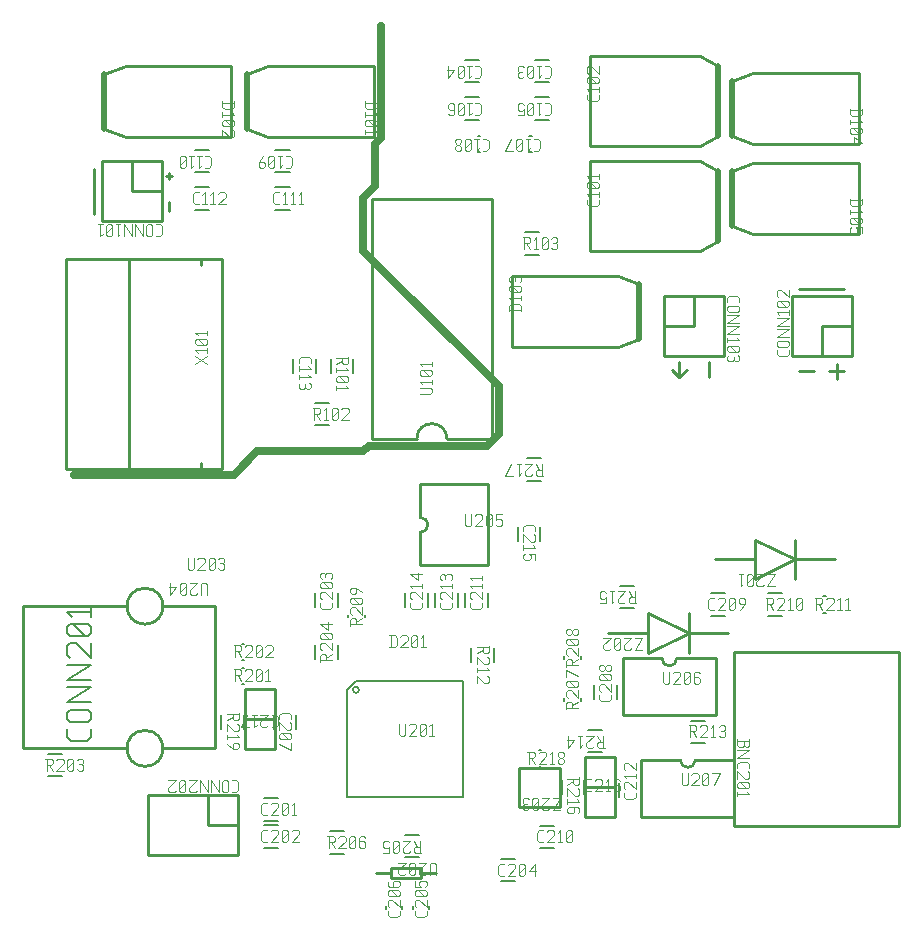
<source format=gbr>
G04 start of page 8 for group -4079 idx -4079 *
G04 Title: (unknown), topsilk *
G04 Creator: pcb 1.99z *
G04 CreationDate: Wed 06 Nov 2013 06:55:18 PM GMT UTC *
G04 For: commonadmin *
G04 Format: Gerber/RS-274X *
G04 PCB-Dimensions: 600000 500000 *
G04 PCB-Coordinate-Origin: lower left *
%MOIN*%
%FSLAX25Y25*%
%LNTOPSILK*%
%ADD103C,0.0040*%
%ADD102C,0.0200*%
%ADD101C,0.0080*%
%ADD100C,0.0250*%
%ADD99C,0.0100*%
G54D99*X276437Y408602D02*X261437D01*
X273937Y383602D02*Y378602D01*
X271437Y381102D02*X276437D01*
X261437D02*X266437D01*
X221437Y384102D02*Y379102D01*
X218937Y381602D01*
X221437Y379102D02*X223937Y381602D01*
X231437Y384102D02*Y379102D01*
X26437Y448602D02*Y433602D01*
X51437Y437602D02*Y434602D01*
X50437Y446102D02*X52437D01*
X51437Y447102D02*Y445102D01*
G54D100*X72835Y346457D02*X80709Y354331D01*
X116142D01*
X118110Y356299D01*
X72835Y346457D02*X19685D01*
X118110Y356299D02*X157480D01*
X161417Y360236D01*
Y375984D01*
X116142Y421260D01*
Y438976D01*
X120079Y442913D01*
Y456693D01*
X122047Y458661D01*
Y496063D01*
G54D99*X2823Y255346D02*X37323D01*
X2823Y302746D02*Y255346D01*
Y302746D02*X37323D01*
X49323Y255346D02*X66823D01*
Y302746D02*Y255346D01*
X49323Y302746D02*X66823D01*
X43323Y249346D02*G75*G03X43323Y249346I0J6000D01*G01*
Y296746D02*G75*G03X43323Y296746I0J6000D01*G01*
X44323Y239746D02*X74323D01*
X44323D02*Y219746D01*
X74323D01*
Y239746D02*Y219746D01*
X64323Y239746D02*Y229746D01*
X74323D01*
G54D101*X10866Y253486D02*X15590D01*
X10866Y246006D02*X15590D01*
X82866Y238786D02*X87590D01*
X82866Y231306D02*X87590D01*
X82866Y229786D02*X87590D01*
X82866Y222306D02*X87590D01*
X93740Y266457D02*Y261733D01*
X86260Y266457D02*Y261733D01*
X99980Y370533D02*X104704D01*
X99980Y363053D02*X104704D01*
X100177Y385059D02*Y380335D01*
X92697Y385059D02*Y380335D01*
X112677Y385059D02*Y380335D01*
X105197Y385059D02*Y380335D01*
X76240Y266457D02*Y261733D01*
X68760Y266457D02*Y261733D01*
X75650Y282255D02*X76436D01*
X75650Y276745D02*X76436D01*
X75650Y290255D02*X76436D01*
X75650Y284745D02*X76436D01*
G54D99*X76500Y275000D02*X86500D01*
X76500D02*Y255000D01*
X86500D01*
Y275000D02*Y255000D01*
X76500Y275000D02*Y265000D01*
X86500D01*
X135323Y213746D02*X140323D01*
X120323D02*X125323D01*
Y212146D02*X135323D01*
X125323Y215346D02*Y212146D01*
Y215346D02*X135323D01*
Y212146D01*
G54D101*X161866Y218486D02*X166590D01*
X161866Y211006D02*X166590D01*
X132568Y202682D02*Y201896D01*
X138078Y202682D02*Y201896D01*
X123568Y202682D02*Y201896D01*
X129078Y202682D02*Y201896D01*
X129866Y219006D02*X134590D01*
X129866Y226486D02*X134590D01*
X174866Y229586D02*X179590D01*
X174866Y222106D02*X179590D01*
X111068Y299782D02*Y298996D01*
X116578Y299782D02*Y298996D01*
X100083Y307303D02*Y302579D01*
X107563Y307303D02*Y302579D01*
X100083Y289803D02*Y285079D01*
X107563Y289803D02*Y285079D01*
X104871Y227712D02*X109595D01*
X104871Y220232D02*X109595D01*
X113623Y277779D02*X149293D01*
Y239209D01*
X110723D02*X149293D01*
X110723Y274879D02*Y239209D01*
Y274879D02*X113623Y277779D01*
X112623Y274879D02*G75*G03X112623Y274879I1000J0D01*G01*
X159563Y288803D02*Y284079D01*
X152083Y288803D02*Y284079D01*
G54D99*X167923Y248646D02*X181823D01*
X167923D02*Y235846D01*
X181823D01*
Y248646D02*Y235846D01*
G54D101*X174650Y254755D02*X175436D01*
X174650Y249245D02*X175436D01*
X150083Y307303D02*Y302579D01*
X157563Y307303D02*Y302579D01*
X175063Y329114D02*Y324390D01*
X167583Y329114D02*Y324390D01*
G54D99*X135123Y327346D02*Y316346D01*
Y343346D02*Y332346D01*
Y343346D02*X157523D01*
Y316346D01*
X135123D02*X157523D01*
X135123Y327346D02*G75*G03X135123Y332346I0J2500D01*G01*
G54D101*X140083Y307303D02*Y302579D01*
X147563Y307303D02*Y302579D01*
X130083Y307303D02*Y302579D01*
X137563Y307303D02*Y302579D01*
X170556Y344606D02*X175280D01*
X170556Y352086D02*X175280D01*
X191041Y253980D02*X195765D01*
X191041Y261460D02*X195765D01*
X189740Y244957D02*Y240233D01*
X182260Y244957D02*Y240233D01*
X193083Y276614D02*Y271890D01*
X200563Y276614D02*Y271890D01*
X183068Y272006D02*Y271220D01*
X188578Y272006D02*Y271220D01*
G54D99*X190000Y232500D02*X200000D01*
Y252500D02*Y232500D01*
X190000Y252500D02*X200000D01*
X190000D02*Y232500D01*
X200000Y242500D02*Y232500D01*
X190000Y242500D02*X200000D01*
G54D101*X201556Y302106D02*X206280D01*
X201556Y309586D02*X206280D01*
G54D99*X260023Y318346D02*X273323D01*
X233323D02*X246623D01*
X260023D02*X246623Y311746D01*
Y324946D02*Y311746D01*
Y324946D02*X260023Y318346D01*
Y324946D02*Y311746D01*
G54D101*X251055Y307086D02*X255779D01*
X251055Y299606D02*X255779D01*
X269387Y306101D02*X270173D01*
X269387Y300591D02*X270173D01*
G54D99*X224523Y293846D02*X237823D01*
X197823D02*X211123D01*
X224523D02*X211123Y287246D01*
Y300446D02*Y287246D01*
Y300446D02*X224523Y293846D01*
Y300446D02*Y287246D01*
G54D101*X231866Y307086D02*X236590D01*
X231866Y299606D02*X236590D01*
X225366Y264586D02*X230090D01*
X225366Y257106D02*X230090D01*
X183068Y286093D02*Y285307D01*
X188578Y286093D02*Y285307D01*
G54D99*X202573Y285346D02*Y266346D01*
X233573D01*
Y285346D01*
X202573D02*X215573D01*
X233573D02*X220573D01*
X215573D02*G75*G03X220573Y285346I2500J0D01*G01*
X208750Y251500D02*Y232500D01*
X239750D01*
Y251500D01*
X208750D02*X221750D01*
X239750D02*X226750D01*
X221750D02*G75*G03X226750Y251500I2500J0D01*G01*
G54D101*X201260Y243957D02*Y239233D01*
X208740Y243957D02*Y239233D01*
G54D99*X239823Y287346D02*X294823D01*
Y229346D01*
X239823D01*
Y287346D01*
G54D101*X169980Y427342D02*X174704D01*
X169980Y419862D02*X174704D01*
G54D102*X234337Y447802D02*Y424402D01*
G54D99*Y447802D02*X228237Y451102D01*
X191537D02*X228237D01*
X191537D02*Y421102D01*
X228237D01*
X234337Y424402D01*
G54D101*X149980Y477362D02*X154704D01*
X149980Y484842D02*X154704D01*
X149980Y464862D02*X154704D01*
X149980Y472342D02*X154704D01*
X173170Y464862D02*X177894D01*
X173170Y472342D02*X177894D01*
X154311Y454038D02*X155097D01*
X154311Y459548D02*X155097D01*
X171397Y454038D02*X172183D01*
X171397Y459548D02*X172183D01*
X173170Y477362D02*X177894D01*
X173170Y484842D02*X177894D01*
G54D102*X234337Y482802D02*Y459402D01*
G54D99*Y482802D02*X228237Y486102D01*
X191537D02*X228237D01*
X191537D02*Y456102D01*
X228237D01*
X234337Y459402D01*
G54D102*X238837Y477802D02*Y459402D01*
G54D99*X246037Y456802D01*
X281237D01*
Y480402D01*
X246037D01*
X238837Y477802D01*
G54D102*Y447802D02*Y429402D01*
G54D99*X246037Y426802D01*
X281237D01*
Y450402D01*
X246037D01*
X238837Y447802D01*
X216437Y406102D02*Y386102D01*
X236437D01*
Y406102D02*Y386102D01*
X216437Y406102D02*X236437D01*
X216437Y396102D02*X226437D01*
Y406102D02*Y396102D01*
G54D102*X208137Y410302D02*Y391902D01*
G54D99*Y410302D02*X200937Y412902D01*
X165737D02*X200937D01*
X165737D02*Y389302D01*
X200937D01*
X208137Y391902D01*
X278937Y406102D02*Y386102D01*
X258937Y406102D02*X278937D01*
X258937D02*Y386102D01*
X278937D01*
X268937Y396102D02*X278937D01*
X268937D02*Y386102D01*
X39037Y418502D02*X69037D01*
X39037Y348502D02*X69037D01*
X38137Y418502D02*Y348502D01*
X62137Y418502D02*Y416502D01*
Y350502D02*Y348502D01*
X69037Y418502D02*Y348502D01*
X16837D02*X39137D01*
X16837Y418502D02*X39137D01*
X16837D02*Y348502D01*
G54D101*X59980Y447362D02*X64704D01*
X59980Y454842D02*X64704D01*
X86790Y447362D02*X91514D01*
X86790Y454842D02*X91514D01*
X86790Y442342D02*X91514D01*
X86790Y434862D02*X91514D01*
X59980Y442342D02*X64704D01*
X59980Y434862D02*X64704D01*
G54D99*X28937Y451102D02*X48937D01*
X28937D02*Y431102D01*
X48937D01*
Y451102D02*Y431102D01*
X38937Y451102D02*Y441102D01*
X48937D01*
G54D102*X77237Y480302D02*Y461902D01*
G54D99*X84437Y459302D01*
X119637D01*
Y482902D02*Y459302D01*
X84437Y482902D02*X119637D01*
X84437D02*X77237Y480302D01*
G54D102*X29737D02*Y461902D01*
G54D99*X36937Y459302D01*
X72137D01*
Y482902D02*Y459302D01*
X36937Y482902D02*X72137D01*
X36937D02*X29737Y480302D01*
X158937Y438602D02*Y358602D01*
X118937Y438602D02*X158937D01*
X118937D02*Y358602D01*
X143937D02*X158937D01*
X118937D02*X133937D01*
X143937D02*G75*G03X133937Y358602I-5000J0D01*G01*
G54D103*X140323Y216646D02*Y213146D01*
Y216646D02*X139823Y217146D01*
X138823D02*X139823D01*
X138823D02*X138323Y216646D01*
Y213146D01*
X137123Y213646D02*X136623Y213146D01*
X135123D02*X136623D01*
X135123D02*X134623Y213646D01*
Y214646D02*Y213646D01*
X137123Y217146D02*X134623Y214646D01*
Y217146D02*X137123D01*
X133423Y216646D02*X132923Y217146D01*
X133423Y216646D02*Y213646D01*
X132923Y213146D01*
X131923D02*X132923D01*
X131923D02*X131423Y213646D01*
Y216646D02*Y213646D01*
X131923Y217146D02*X131423Y216646D01*
X131923Y217146D02*X132923D01*
X133423Y216146D02*X131423Y214146D01*
X130223Y213646D02*X129723Y213146D01*
X128223D02*X129723D01*
X128223D02*X127723Y213646D01*
Y214646D02*Y213646D01*
X130223Y217146D02*X127723Y214646D01*
Y217146D02*X130223D01*
X161778Y212896D02*X163078D01*
X161078Y213596D02*X161778Y212896D01*
X161078Y216196D02*Y213596D01*
Y216196D02*X161778Y216896D01*
X163078D01*
X164278Y216396D02*X164778Y216896D01*
X166278D01*
X166778Y216396D01*
Y215396D01*
X164278Y212896D02*X166778Y215396D01*
X164278Y212896D02*X166778D01*
X167978Y213396D02*X168478Y212896D01*
X167978Y216396D02*Y213396D01*
Y216396D02*X168478Y216896D01*
X169478D01*
X169978Y216396D01*
Y213396D01*
X169478Y212896D02*X169978Y213396D01*
X168478Y212896D02*X169478D01*
X167978Y213896D02*X169978Y215896D01*
X171178Y214396D02*X173178Y216896D01*
X171178Y214396D02*X173678D01*
X173178Y216896D02*Y212896D01*
X137173Y201139D02*Y199839D01*
X136473Y199139D02*X137173Y199839D01*
X133873Y199139D02*X136473D01*
X133873D02*X133173Y199839D01*
Y201139D02*Y199839D01*
X133673Y202339D02*X133173Y202839D01*
Y204339D02*Y202839D01*
Y204339D02*X133673Y204839D01*
X134673D01*
X137173Y202339D02*X134673Y204839D01*
X137173D02*Y202339D01*
X136673Y206039D02*X137173Y206539D01*
X133673Y206039D02*X136673D01*
X133673D02*X133173Y206539D01*
Y207539D02*Y206539D01*
Y207539D02*X133673Y208039D01*
X136673D01*
X137173Y207539D02*X136673Y208039D01*
X137173Y207539D02*Y206539D01*
X136173Y206039D02*X134173Y208039D01*
X133173Y211239D02*Y209239D01*
X135173D01*
X134673Y209739D01*
Y210739D02*Y209739D01*
Y210739D02*X135173Y211239D01*
X136673D01*
X137173Y210739D02*X136673Y211239D01*
X137173Y210739D02*Y209739D01*
X136673Y209239D02*X137173Y209739D01*
X128173Y201139D02*Y199839D01*
X127473Y199139D02*X128173Y199839D01*
X124873Y199139D02*X127473D01*
X124873D02*X124173Y199839D01*
Y201139D02*Y199839D01*
X124673Y202339D02*X124173Y202839D01*
Y204339D02*Y202839D01*
Y204339D02*X124673Y204839D01*
X125673D01*
X128173Y202339D02*X125673Y204839D01*
X128173D02*Y202339D01*
X127673Y206039D02*X128173Y206539D01*
X124673Y206039D02*X127673D01*
X124673D02*X124173Y206539D01*
Y207539D02*Y206539D01*
Y207539D02*X124673Y208039D01*
X127673D01*
X128173Y207539D02*X127673Y208039D01*
X128173Y207539D02*Y206539D01*
X127173Y206039D02*X125173Y208039D01*
X124173Y210739D02*X124673Y211239D01*
X124173Y210739D02*Y209739D01*
X124673Y209239D02*X124173Y209739D01*
X124673Y209239D02*X127673D01*
X128173Y209739D01*
X125973Y210739D02*X126473Y211239D01*
X125973Y210739D02*Y209239D01*
X128173Y210739D02*Y209739D01*
Y210739D02*X127673Y211239D01*
X126473D02*X127673D01*
X105673Y303791D02*Y302491D01*
X104973Y301791D02*X105673Y302491D01*
X102373Y301791D02*X104973D01*
X102373D02*X101673Y302491D01*
Y303791D02*Y302491D01*
X102173Y304991D02*X101673Y305491D01*
Y306991D02*Y305491D01*
Y306991D02*X102173Y307491D01*
X103173D01*
X105673Y304991D02*X103173Y307491D01*
X105673D02*Y304991D01*
X105173Y308691D02*X105673Y309191D01*
X102173Y308691D02*X105173D01*
X102173D02*X101673Y309191D01*
Y310191D02*Y309191D01*
Y310191D02*X102173Y310691D01*
X105173D01*
X105673Y310191D02*X105173Y310691D01*
X105673Y310191D02*Y309191D01*
X104673Y308691D02*X102673Y310691D01*
X102173Y311891D02*X101673Y312391D01*
Y313391D02*Y312391D01*
Y313391D02*X102173Y313891D01*
X105673Y313391D02*X105173Y313891D01*
X105673Y313391D02*Y312391D01*
X105173Y311891D02*X105673Y312391D01*
X103473Y313391D02*Y312391D01*
X102173Y313891D02*X102973D01*
X103973D02*X105173D01*
X103973D02*X103473Y313391D01*
X102973Y313891D02*X103473Y313391D01*
X101673Y286291D02*Y284291D01*
Y286291D02*X102173Y286791D01*
X103173D01*
X103673Y286291D02*X103173Y286791D01*
X103673Y286291D02*Y284791D01*
X101673D02*X105673D01*
X103673Y285591D02*X105673Y286791D01*
X102173Y287991D02*X101673Y288491D01*
Y289991D02*Y288491D01*
Y289991D02*X102173Y290491D01*
X103173D01*
X105673Y287991D02*X103173Y290491D01*
X105673D02*Y287991D01*
X105173Y291691D02*X105673Y292191D01*
X102173Y291691D02*X105173D01*
X102173D02*X101673Y292191D01*
Y293191D02*Y292191D01*
Y293191D02*X102173Y293691D01*
X105173D01*
X105673Y293191D02*X105173Y293691D01*
X105673Y293191D02*Y292191D01*
X104673Y291691D02*X102673Y293691D01*
X104173Y294891D02*X101673Y296891D01*
X104173Y297391D02*Y294891D01*
X101673Y296891D02*X105673D01*
X104083Y226122D02*X106083D01*
X106583Y225622D01*
Y224622D01*
X106083Y224122D02*X106583Y224622D01*
X104583Y224122D02*X106083D01*
X104583Y226122D02*Y222122D01*
X105383Y224122D02*X106583Y222122D01*
X107783Y225622D02*X108283Y226122D01*
X109783D01*
X110283Y225622D01*
Y224622D01*
X107783Y222122D02*X110283Y224622D01*
X107783Y222122D02*X110283D01*
X111483Y222622D02*X111983Y222122D01*
X111483Y225622D02*Y222622D01*
Y225622D02*X111983Y226122D01*
X112983D01*
X113483Y225622D01*
Y222622D01*
X112983Y222122D02*X113483Y222622D01*
X111983Y222122D02*X112983D01*
X111483Y223122D02*X113483Y225122D01*
X116183Y226122D02*X116683Y225622D01*
X115183Y226122D02*X116183D01*
X114683Y225622D02*X115183Y226122D01*
X114683Y225622D02*Y222622D01*
X115183Y222122D01*
X116183Y224322D02*X116683Y223822D01*
X114683Y224322D02*X116183D01*
X115183Y222122D02*X116183D01*
X116683Y222622D01*
Y223822D02*Y222622D01*
X133378Y220596D02*X135378D01*
X133378D02*X132878Y221096D01*
Y222096D02*Y221096D01*
X133378Y222596D02*X132878Y222096D01*
X133378Y222596D02*X134878D01*
Y224596D02*Y220596D01*
X134078Y222596D02*X132878Y224596D01*
X131678Y221096D02*X131178Y220596D01*
X129678D02*X131178D01*
X129678D02*X129178Y221096D01*
Y222096D02*Y221096D01*
X131678Y224596D02*X129178Y222096D01*
Y224596D02*X131678D01*
X127978Y224096D02*X127478Y224596D01*
X127978Y224096D02*Y221096D01*
X127478Y220596D01*
X126478D02*X127478D01*
X126478D02*X125978Y221096D01*
Y224096D02*Y221096D01*
X126478Y224596D02*X125978Y224096D01*
X126478Y224596D02*X127478D01*
X127978Y223596D02*X125978Y221596D01*
X122778Y220596D02*X124778D01*
Y222596D02*Y220596D01*
Y222596D02*X124278Y222096D01*
X123278D02*X124278D01*
X123278D02*X122778Y222596D01*
Y224096D02*Y222596D01*
X123278Y224596D02*X122778Y224096D01*
X123278Y224596D02*X124278D01*
X124778Y224096D02*X124278Y224596D01*
X174778Y223996D02*X176078D01*
X174078Y224696D02*X174778Y223996D01*
X174078Y227296D02*Y224696D01*
Y227296D02*X174778Y227996D01*
X176078D01*
X177278Y227496D02*X177778Y227996D01*
X179278D01*
X179778Y227496D01*
Y226496D01*
X177278Y223996D02*X179778Y226496D01*
X177278Y223996D02*X179778D01*
X180978Y227196D02*X181778Y227996D01*
Y223996D01*
X180978D02*X182478D01*
X183678Y224496D02*X184178Y223996D01*
X183678Y227496D02*Y224496D01*
Y227496D02*X184178Y227996D01*
X185178D01*
X185678Y227496D01*
Y224496D01*
X185178Y223996D02*X185678Y224496D01*
X184178Y223996D02*X185178D01*
X183678Y224996D02*X185678Y226996D01*
X157973Y289591D02*Y287591D01*
X157473Y287091D01*
X156473D02*X157473D01*
X155973Y287591D02*X156473Y287091D01*
X155973Y289091D02*Y287591D01*
X153973Y289091D02*X157973D01*
X155973Y288291D02*X153973Y287091D01*
X157473Y285891D02*X157973Y285391D01*
Y283891D01*
X157473Y283391D01*
X156473D02*X157473D01*
X153973Y285891D02*X156473Y283391D01*
X153973Y285891D02*Y283391D01*
X157173Y282191D02*X157973Y281391D01*
X153973D02*X157973D01*
X153973Y282191D02*Y280691D01*
X157473Y279491D02*X157973Y278991D01*
Y277491D01*
X157473Y276991D01*
X156473D02*X157473D01*
X153973Y279491D02*X156473Y276991D01*
X153973Y279491D02*Y276991D01*
X179323Y234846D02*X181823D01*
Y238846D02*X179323Y234846D01*
Y238846D02*X181823D01*
X178123Y235346D02*X177623Y234846D01*
X176123D02*X177623D01*
X176123D02*X175623Y235346D01*
Y236346D02*Y235346D01*
X178123Y238846D02*X175623Y236346D01*
Y238846D02*X178123D01*
X174423Y238346D02*X173923Y238846D01*
X174423Y238346D02*Y235346D01*
X173923Y234846D01*
X172923D02*X173923D01*
X172923D02*X172423Y235346D01*
Y238346D02*Y235346D01*
X172923Y238846D02*X172423Y238346D01*
X172923Y238846D02*X173923D01*
X174423Y237846D02*X172423Y235846D01*
X171223Y235346D02*X170723Y234846D01*
X169723D02*X170723D01*
X169723D02*X169223Y235346D01*
X169723Y238846D02*X169223Y238346D01*
X169723Y238846D02*X170723D01*
X171223Y238346D02*X170723Y238846D01*
X169723Y236646D02*X170723D01*
X169223Y236146D02*Y235346D01*
Y238346D02*Y237146D01*
X169723Y236646D01*
X169223Y236146D02*X169723Y236646D01*
X170807Y254150D02*X172807D01*
X173307Y253650D01*
Y252650D01*
X172807Y252150D02*X173307Y252650D01*
X171307Y252150D02*X172807D01*
X171307Y254150D02*Y250150D01*
X172107Y252150D02*X173307Y250150D01*
X174507Y253650D02*X175007Y254150D01*
X176507D01*
X177007Y253650D01*
Y252650D01*
X174507Y250150D02*X177007Y252650D01*
X174507Y250150D02*X177007D01*
X178207Y253350D02*X179007Y254150D01*
Y250150D01*
X178207D02*X179707D01*
X180907Y250650D02*X181407Y250150D01*
X180907Y251450D02*Y250650D01*
Y251450D02*X181607Y252150D01*
X182207D01*
X182907Y251450D01*
Y250650D01*
X182407Y250150D02*X182907Y250650D01*
X181407Y250150D02*X182407D01*
X180907Y252850D02*X181607Y252150D01*
X180907Y253650D02*Y252850D01*
Y253650D02*X181407Y254150D01*
X182407D01*
X182907Y253650D01*
Y252850D01*
X182207Y252150D02*X182907Y252850D01*
X57614Y318896D02*Y315396D01*
X58114Y314896D01*
X59114D01*
X59614Y315396D01*
Y318896D02*Y315396D01*
X60814Y318396D02*X61314Y318896D01*
X62814D01*
X63314Y318396D01*
Y317396D01*
X60814Y314896D02*X63314Y317396D01*
X60814Y314896D02*X63314D01*
X64514Y315396D02*X65014Y314896D01*
X64514Y318396D02*Y315396D01*
Y318396D02*X65014Y318896D01*
X66014D01*
X66514Y318396D01*
Y315396D01*
X66014Y314896D02*X66514Y315396D01*
X65014Y314896D02*X66014D01*
X64514Y315896D02*X66514Y317896D01*
X67714Y318396D02*X68214Y318896D01*
X69214D01*
X69714Y318396D01*
X69214Y314896D02*X69714Y315396D01*
X68214Y314896D02*X69214D01*
X67714Y315396D02*X68214Y314896D01*
Y317096D02*X69214D01*
X69714Y318396D02*Y317596D01*
Y316596D02*Y315396D01*
Y316596D02*X69214Y317096D01*
X69714Y317596D02*X69214Y317096D01*
X64037Y383502D02*X60037Y386002D01*
Y383502D02*X64037Y386002D01*
X60837Y387202D02*X60037Y388002D01*
X64037D01*
Y388702D02*Y387202D01*
X63537Y389902D02*X64037Y390402D01*
X60537Y389902D02*X63537D01*
X60537D02*X60037Y390402D01*
Y391402D02*Y390402D01*
Y391402D02*X60537Y391902D01*
X63537D01*
X64037Y391402D02*X63537Y391902D01*
X64037Y391402D02*Y390402D01*
X63037Y389902D02*X61037Y391902D01*
X60837Y393102D02*X60037Y393902D01*
X64037D01*
Y394602D02*Y393102D01*
X63492Y452952D02*X64792D01*
X65492Y452252D02*X64792Y452952D01*
X65492Y452252D02*Y449652D01*
X64792Y448952D01*
X63492D02*X64792D01*
X62292Y449752D02*X61492Y448952D01*
Y452952D02*Y448952D01*
X60792Y452952D02*X62292D01*
X59592Y449752D02*X58792Y448952D01*
Y452952D02*Y448952D01*
X58092Y452952D02*X59592D01*
X56892Y452452D02*X56392Y452952D01*
X56892Y452452D02*Y449452D01*
X56392Y448952D01*
X55392D02*X56392D01*
X55392D02*X54892Y449452D01*
Y452452D02*Y449452D01*
X55392Y452952D02*X54892Y452452D01*
X55392Y452952D02*X56392D01*
X56892Y451952D02*X54892Y449952D01*
X59892Y436752D02*X61192D01*
X59192Y437452D02*X59892Y436752D01*
X59192Y440052D02*Y437452D01*
Y440052D02*X59892Y440752D01*
X61192D01*
X62392Y439952D02*X63192Y440752D01*
Y436752D01*
X62392D02*X63892D01*
X65092Y439952D02*X65892Y440752D01*
Y436752D01*
X65092D02*X66592D01*
X67792Y440252D02*X68292Y440752D01*
X69792D01*
X70292Y440252D01*
Y439252D01*
X67792Y436752D02*X70292Y439252D01*
X67792Y436752D02*X70292D01*
X46937Y430102D02*X48237D01*
X48937Y429402D02*X48237Y430102D01*
X48937Y429402D02*Y426802D01*
X48237Y426102D01*
X46937D02*X48237D01*
X45737Y429602D02*Y426602D01*
X45237Y426102D01*
X44237D02*X45237D01*
X44237D02*X43737Y426602D01*
Y429602D02*Y426602D01*
X44237Y430102D02*X43737Y429602D01*
X44237Y430102D02*X45237D01*
X45737Y429602D02*X45237Y430102D01*
X42537D02*Y426102D01*
X40037Y430102D01*
Y426102D01*
X38837Y430102D02*Y426102D01*
X36337Y430102D01*
Y426102D01*
X35137Y426902D02*X34337Y426102D01*
Y430102D02*Y426102D01*
X33637Y430102D02*X35137D01*
X32437Y429602D02*X31937Y430102D01*
X32437Y429602D02*Y426602D01*
X31937Y426102D01*
X30937D02*X31937D01*
X30937D02*X30437Y426602D01*
Y429602D02*Y426602D01*
X30937Y430102D02*X30437Y429602D01*
X30937Y430102D02*X31937D01*
X32437Y429102D02*X30437Y427102D01*
X29237Y426902D02*X28437Y426102D01*
Y430102D02*Y426102D01*
X27737Y430102D02*X29237D01*
X69137Y470602D02*X73137D01*
Y469302D02*X72437Y468602D01*
X69837D02*X72437D01*
X69137Y469302D02*X69837Y468602D01*
X69137Y471102D02*Y469302D01*
X73137Y471102D02*Y469302D01*
X72337Y467402D02*X73137Y466602D01*
X69137D02*X73137D01*
X69137Y467402D02*Y465902D01*
X69637Y464702D02*X69137Y464202D01*
X69637Y464702D02*X72637D01*
X73137Y464202D01*
Y463202D01*
X72637Y462702D01*
X69637D02*X72637D01*
X69137Y463202D02*X69637Y462702D01*
X69137Y464202D02*Y463202D01*
X70137Y464702D02*X72137Y462702D01*
X72637Y461502D02*X73137Y461002D01*
Y459502D01*
X72637Y459002D01*
X71637D02*X72637D01*
X69137Y461502D02*X71637Y459002D01*
X69137Y461502D02*Y459002D01*
G54D101*X25323Y261846D02*Y259246D01*
X23923Y257846D02*X25323Y259246D01*
X18723Y257846D02*X23923D01*
X18723D02*X17323Y259246D01*
Y261846D02*Y259246D01*
X18323Y264246D02*X24323D01*
X18323D02*X17323Y265246D01*
Y267246D02*Y265246D01*
Y267246D02*X18323Y268246D01*
X24323D01*
X25323Y267246D02*X24323Y268246D01*
X25323Y267246D02*Y265246D01*
X24323Y264246D02*X25323Y265246D01*
X17323Y270646D02*X25323D01*
X17323D02*X25323Y275646D01*
X17323D02*X25323D01*
X17323Y278046D02*X25323D01*
X17323D02*X25323Y283046D01*
X17323D02*X25323D01*
X18323Y285446D02*X17323Y286446D01*
Y289446D02*Y286446D01*
Y289446D02*X18323Y290446D01*
X20323D01*
X25323Y285446D02*X20323Y290446D01*
X25323D02*Y285446D01*
X24323Y292846D02*X25323Y293846D01*
X18323Y292846D02*X24323D01*
X18323D02*X17323Y293846D01*
Y295846D02*Y293846D01*
Y295846D02*X18323Y296846D01*
X24323D01*
X25323Y295846D02*X24323Y296846D01*
X25323Y295846D02*Y293846D01*
X23323Y292846D02*X19323Y296846D01*
X18923Y299247D02*X17323Y300847D01*
X25323D01*
Y302247D02*Y299247D01*
G54D103*X63914Y310096D02*Y306596D01*
Y310096D02*X63414Y310596D01*
X62414D02*X63414D01*
X62414D02*X61914Y310096D01*
Y306596D01*
X60714Y307096D02*X60214Y306596D01*
X58714D02*X60214D01*
X58714D02*X58214Y307096D01*
Y308096D02*Y307096D01*
X60714Y310596D02*X58214Y308096D01*
Y310596D02*X60714D01*
X57014Y310096D02*X56514Y310596D01*
X57014Y310096D02*Y307096D01*
X56514Y306596D01*
X55514D02*X56514D01*
X55514D02*X55014Y307096D01*
Y310096D02*Y307096D01*
X55514Y310596D02*X55014Y310096D01*
X55514Y310596D02*X56514D01*
X57014Y309596D02*X55014Y307596D01*
X53814Y309096D02*X51814Y306596D01*
X51314Y309096D02*X53814D01*
X51814Y310596D02*Y306596D01*
X72323Y244746D02*X73623D01*
X74323Y244046D02*X73623Y244746D01*
X74323Y244046D02*Y241446D01*
X73623Y240746D01*
X72323D02*X73623D01*
X71123Y244246D02*Y241246D01*
X70623Y240746D01*
X69623D02*X70623D01*
X69623D02*X69123Y241246D01*
Y244246D02*Y241246D01*
X69623Y244746D02*X69123Y244246D01*
X69623Y244746D02*X70623D01*
X71123Y244246D02*X70623Y244746D01*
X67923D02*Y240746D01*
X65423Y244746D01*
Y240746D01*
X64223Y244746D02*Y240746D01*
X61723Y244746D01*
Y240746D01*
X60523Y241246D02*X60023Y240746D01*
X58523D02*X60023D01*
X58523D02*X58023Y241246D01*
Y242246D02*Y241246D01*
X60523Y244746D02*X58023Y242246D01*
Y244746D02*X60523D01*
X56823Y244246D02*X56323Y244746D01*
X56823Y244246D02*Y241246D01*
X56323Y240746D01*
X55323D02*X56323D01*
X55323D02*X54823Y241246D01*
Y244246D02*Y241246D01*
X55323Y244746D02*X54823Y244246D01*
X55323Y244746D02*X56323D01*
X56823Y243746D02*X54823Y241746D01*
X53623Y241246D02*X53123Y240746D01*
X51623D02*X53123D01*
X51623D02*X51123Y241246D01*
Y242246D02*Y241246D01*
X53623Y244746D02*X51123Y242246D01*
Y244746D02*X53623D01*
X74650Y267245D02*Y265245D01*
X74150Y264745D01*
X73150D02*X74150D01*
X72650Y265245D02*X73150Y264745D01*
X72650Y266745D02*Y265245D01*
X70650Y266745D02*X74650D01*
X72650Y265945D02*X70650Y264745D01*
X74150Y263545D02*X74650Y263045D01*
Y261545D01*
X74150Y261045D01*
X73150D02*X74150D01*
X70650Y263545D02*X73150Y261045D01*
X70650Y263545D02*Y261045D01*
X73850Y259845D02*X74650Y259045D01*
X70650D02*X74650D01*
X70650Y259845D02*Y258345D01*
Y256645D02*X72650Y255145D01*
X74150D01*
X74650Y255645D02*X74150Y255145D01*
X74650Y256645D02*Y255645D01*
X74150Y257145D02*X74650Y256645D01*
X73150Y257145D02*X74150D01*
X73150D02*X72650Y256645D01*
Y255145D01*
X82778Y233196D02*X84078D01*
X82078Y233896D02*X82778Y233196D01*
X82078Y236496D02*Y233896D01*
Y236496D02*X82778Y237196D01*
X84078D01*
X85278Y236696D02*X85778Y237196D01*
X87278D01*
X87778Y236696D01*
Y235696D01*
X85278Y233196D02*X87778Y235696D01*
X85278Y233196D02*X87778D01*
X88978Y233696D02*X89478Y233196D01*
X88978Y236696D02*Y233696D01*
Y236696D02*X89478Y237196D01*
X90478D01*
X90978Y236696D01*
Y233696D01*
X90478Y233196D02*X90978Y233696D01*
X89478Y233196D02*X90478D01*
X88978Y234196D02*X90978Y236196D01*
X92178Y236396D02*X92978Y237196D01*
Y233196D01*
X92178D02*X93678D01*
X85500Y266500D02*X86800D01*
X87500Y265800D02*X86800Y266500D01*
X87500Y265800D02*Y263200D01*
X86800Y262500D01*
X85500D02*X86800D01*
X84300Y263000D02*X83800Y262500D01*
X82300D02*X83800D01*
X82300D02*X81800Y263000D01*
Y264000D02*Y263000D01*
X84300Y266500D02*X81800Y264000D01*
Y266500D02*X84300D01*
X80600Y263300D02*X79800Y262500D01*
Y266500D02*Y262500D01*
X79100Y266500D02*X80600D01*
X77400D02*X75400Y262500D01*
X77900D01*
X72893Y281650D02*X74893D01*
X75393Y281150D01*
Y280150D01*
X74893Y279650D02*X75393Y280150D01*
X73393Y279650D02*X74893D01*
X73393Y281650D02*Y277650D01*
X74193Y279650D02*X75393Y277650D01*
X76593Y281150D02*X77093Y281650D01*
X78593D01*
X79093Y281150D01*
Y280150D01*
X76593Y277650D02*X79093Y280150D01*
X76593Y277650D02*X79093D01*
X80293Y278150D02*X80793Y277650D01*
X80293Y281150D02*Y278150D01*
Y281150D02*X80793Y281650D01*
X81793D01*
X82293Y281150D01*
Y278150D01*
X81793Y277650D02*X82293Y278150D01*
X80793Y277650D02*X81793D01*
X80293Y278650D02*X82293Y280650D01*
X83493Y280850D02*X84293Y281650D01*
Y277650D01*
X83493D02*X84993D01*
X72893Y289650D02*X74893D01*
X75393Y289150D01*
Y288150D01*
X74893Y287650D02*X75393Y288150D01*
X73393Y287650D02*X74893D01*
X73393Y289650D02*Y285650D01*
X74193Y287650D02*X75393Y285650D01*
X76593Y289150D02*X77093Y289650D01*
X78593D01*
X79093Y289150D01*
Y288150D01*
X76593Y285650D02*X79093Y288150D01*
X76593Y285650D02*X79093D01*
X80293Y286150D02*X80793Y285650D01*
X80293Y289150D02*Y286150D01*
Y289150D02*X80793Y289650D01*
X81793D01*
X82293Y289150D01*
Y286150D01*
X81793Y285650D02*X82293Y286150D01*
X80793Y285650D02*X81793D01*
X80293Y286650D02*X82293Y288650D01*
X83493Y289150D02*X83993Y289650D01*
X85493D01*
X85993Y289150D01*
Y288150D01*
X83493Y285650D02*X85993Y288150D01*
X83493Y285650D02*X85993D01*
X82778Y224196D02*X84078D01*
X82078Y224896D02*X82778Y224196D01*
X82078Y227496D02*Y224896D01*
Y227496D02*X82778Y228196D01*
X84078D01*
X85278Y227696D02*X85778Y228196D01*
X87278D01*
X87778Y227696D01*
Y226696D01*
X85278Y224196D02*X87778Y226696D01*
X85278Y224196D02*X87778D01*
X88978Y224696D02*X89478Y224196D01*
X88978Y227696D02*Y224696D01*
Y227696D02*X89478Y228196D01*
X90478D01*
X90978Y227696D01*
Y224696D01*
X90478Y224196D02*X90978Y224696D01*
X89478Y224196D02*X90478D01*
X88978Y225196D02*X90978Y227196D01*
X92178Y227696D02*X92678Y228196D01*
X94178D01*
X94678Y227696D01*
Y226696D01*
X92178Y224196D02*X94678Y226696D01*
X92178Y224196D02*X94678D01*
X88150Y266545D02*Y265245D01*
X88850Y267245D02*X88150Y266545D01*
X88850Y267245D02*X91450D01*
X92150Y266545D01*
Y265245D01*
X91650Y264045D02*X92150Y263545D01*
Y262045D01*
X91650Y261545D01*
X90650D02*X91650D01*
X88150Y264045D02*X90650Y261545D01*
X88150Y264045D02*Y261545D01*
X88650Y260345D02*X88150Y259845D01*
X88650Y260345D02*X91650D01*
X92150Y259845D01*
Y258845D01*
X91650Y258345D01*
X88650D02*X91650D01*
X88150Y258845D02*X88650Y258345D01*
X88150Y259845D02*Y258845D01*
X89150Y260345D02*X91150Y258345D01*
X88150Y256645D02*X92150Y254645D01*
Y257145D02*Y254645D01*
X90302Y452952D02*X91602D01*
X92302Y452252D02*X91602Y452952D01*
X92302Y452252D02*Y449652D01*
X91602Y448952D01*
X90302D02*X91602D01*
X89102Y449752D02*X88302Y448952D01*
Y452952D02*Y448952D01*
X87602Y452952D02*X89102D01*
X86402Y452452D02*X85902Y452952D01*
X86402Y452452D02*Y449452D01*
X85902Y448952D01*
X84902D02*X85902D01*
X84902D02*X84402Y449452D01*
Y452452D02*Y449452D01*
X84902Y452952D02*X84402Y452452D01*
X84902Y452952D02*X85902D01*
X86402Y451952D02*X84402Y449952D01*
X82702Y452952D02*X81202Y450952D01*
Y449452D01*
X81702Y448952D02*X81202Y449452D01*
X81702Y448952D02*X82702D01*
X83202Y449452D02*X82702Y448952D01*
X83202Y450452D02*Y449452D01*
Y450452D02*X82702Y450952D01*
X81202D02*X82702D01*
X86702Y436752D02*X88002D01*
X86002Y437452D02*X86702Y436752D01*
X86002Y440052D02*Y437452D01*
Y440052D02*X86702Y440752D01*
X88002D01*
X89202Y439952D02*X90002Y440752D01*
Y436752D01*
X89202D02*X90702D01*
X91902Y439952D02*X92702Y440752D01*
Y436752D01*
X91902D02*X93402D01*
X94602Y439952D02*X95402Y440752D01*
Y436752D01*
X94602D02*X96102D01*
X94587Y385147D02*Y383847D01*
X95287Y385847D02*X94587Y385147D01*
X95287Y385847D02*X97887D01*
X98587Y385147D01*
Y383847D01*
X97787Y382647D02*X98587Y381847D01*
X94587D02*X98587D01*
X94587Y382647D02*Y381147D01*
X97787Y379947D02*X98587Y379147D01*
X94587D02*X98587D01*
X94587Y379947D02*Y378447D01*
X98087Y377247D02*X98587Y376747D01*
Y375747D01*
X98087Y375247D01*
X94587Y375747D02*X95087Y375247D01*
X94587Y376747D02*Y375747D01*
X95087Y377247D02*X94587Y376747D01*
X96787D02*Y375747D01*
X97287Y375247D02*X98087D01*
X95087D02*X96287D01*
X96787Y375747D01*
X97287Y375247D02*X96787Y375747D01*
X10078Y251896D02*X12078D01*
X12578Y251396D01*
Y250396D01*
X12078Y249896D02*X12578Y250396D01*
X10578Y249896D02*X12078D01*
X10578Y251896D02*Y247896D01*
X11378Y249896D02*X12578Y247896D01*
X13778Y251396D02*X14278Y251896D01*
X15778D01*
X16278Y251396D01*
Y250396D01*
X13778Y247896D02*X16278Y250396D01*
X13778Y247896D02*X16278D01*
X17478Y248396D02*X17978Y247896D01*
X17478Y251396D02*Y248396D01*
Y251396D02*X17978Y251896D01*
X18978D01*
X19478Y251396D01*
Y248396D01*
X18978Y247896D02*X19478Y248396D01*
X17978Y247896D02*X18978D01*
X17478Y248896D02*X19478Y250896D01*
X20678Y251396D02*X21178Y251896D01*
X22178D01*
X22678Y251396D01*
X22178Y247896D02*X22678Y248396D01*
X21178Y247896D02*X22178D01*
X20678Y248396D02*X21178Y247896D01*
Y250096D02*X22178D01*
X22678Y251396D02*Y250596D01*
Y249596D02*Y248396D01*
Y249596D02*X22178Y250096D01*
X22678Y250596D02*X22178Y250096D01*
X111673Y298239D02*Y296239D01*
Y298239D02*X112173Y298739D01*
X113173D01*
X113673Y298239D02*X113173Y298739D01*
X113673Y298239D02*Y296739D01*
X111673D02*X115673D01*
X113673Y297539D02*X115673Y298739D01*
X112173Y299939D02*X111673Y300439D01*
Y301939D02*Y300439D01*
Y301939D02*X112173Y302439D01*
X113173D01*
X115673Y299939D02*X113173Y302439D01*
X115673D02*Y299939D01*
X115173Y303639D02*X115673Y304139D01*
X112173Y303639D02*X115173D01*
X112173D02*X111673Y304139D01*
Y305139D02*Y304139D01*
Y305139D02*X112173Y305639D01*
X115173D01*
X115673Y305139D02*X115173Y305639D01*
X115673Y305139D02*Y304139D01*
X114673Y303639D02*X112673Y305639D01*
X115673Y307339D02*X113673Y308839D01*
X112173D02*X113673D01*
X111673Y308339D02*X112173Y308839D01*
X111673Y308339D02*Y307339D01*
X112173Y306839D02*X111673Y307339D01*
X112173Y306839D02*X113173D01*
X113673Y307339D01*
Y308839D02*Y307339D01*
X169473Y329202D02*Y327902D01*
X170173Y329902D02*X169473Y329202D01*
X170173Y329902D02*X172773D01*
X173473Y329202D01*
Y327902D01*
X172973Y326702D02*X173473Y326202D01*
Y324702D01*
X172973Y324202D01*
X171973D02*X172973D01*
X169473Y326702D02*X171973Y324202D01*
X169473Y326702D02*Y324202D01*
X172673Y323002D02*X173473Y322202D01*
X169473D02*X173473D01*
X169473Y323002D02*Y321502D01*
X173473Y320302D02*Y318302D01*
X171473Y320302D02*X173473D01*
X171473D02*X171973Y319802D01*
Y318802D01*
X171473Y318302D01*
X169973D02*X171473D01*
X169473Y318802D02*X169973Y318302D01*
X169473Y319802D02*Y318802D01*
X169973Y320302D02*X169473Y319802D01*
X150123Y333346D02*Y329846D01*
X150623Y329346D01*
X151623D01*
X152123Y329846D01*
Y333346D02*Y329846D01*
X153323Y332846D02*X153823Y333346D01*
X155323D01*
X155823Y332846D01*
Y331846D01*
X153323Y329346D02*X155823Y331846D01*
X153323Y329346D02*X155823D01*
X157023Y329846D02*X157523Y329346D01*
X157023Y332846D02*Y329846D01*
Y332846D02*X157523Y333346D01*
X158523D01*
X159023Y332846D01*
Y329846D01*
X158523Y329346D02*X159023Y329846D01*
X157523Y329346D02*X158523D01*
X157023Y330346D02*X159023Y332346D01*
X160223Y333346D02*X162223D01*
X160223D02*Y331346D01*
X160723Y331846D01*
X161723D01*
X162223Y331346D01*
Y329846D01*
X161723Y329346D02*X162223Y329846D01*
X160723Y329346D02*X161723D01*
X160223Y329846D02*X160723Y329346D01*
X125247Y292996D02*Y288996D01*
X126547Y292996D02*X127247Y292296D01*
Y289696D01*
X126547Y288996D02*X127247Y289696D01*
X124747Y288996D02*X126547D01*
X124747Y292996D02*X126547D01*
X128447Y292496D02*X128947Y292996D01*
X130447D01*
X130947Y292496D01*
Y291496D01*
X128447Y288996D02*X130947Y291496D01*
X128447Y288996D02*X130947D01*
X132147Y289496D02*X132647Y288996D01*
X132147Y292496D02*Y289496D01*
Y292496D02*X132647Y292996D01*
X133647D01*
X134147Y292496D01*
Y289496D01*
X133647Y288996D02*X134147Y289496D01*
X132647Y288996D02*X133647D01*
X132147Y289996D02*X134147Y291996D01*
X135347Y292196D02*X136147Y292996D01*
Y288996D01*
X135347D02*X136847D01*
X145673Y303791D02*Y302491D01*
X144973Y301791D02*X145673Y302491D01*
X142373Y301791D02*X144973D01*
X142373D02*X141673Y302491D01*
Y303791D02*Y302491D01*
X142173Y304991D02*X141673Y305491D01*
Y306991D02*Y305491D01*
Y306991D02*X142173Y307491D01*
X143173D01*
X145673Y304991D02*X143173Y307491D01*
X145673D02*Y304991D01*
X142473Y308691D02*X141673Y309491D01*
X145673D01*
Y310191D02*Y308691D01*
X142173Y311391D02*X141673Y311891D01*
Y312891D02*Y311891D01*
Y312891D02*X142173Y313391D01*
X145673Y312891D02*X145173Y313391D01*
X145673Y312891D02*Y311891D01*
X145173Y311391D02*X145673Y311891D01*
X143473Y312891D02*Y311891D01*
X142173Y313391D02*X142973D01*
X143973D02*X145173D01*
X143973D02*X143473Y312891D01*
X142973Y313391D02*X143473Y312891D01*
X135673Y303791D02*Y302491D01*
X134973Y301791D02*X135673Y302491D01*
X132373Y301791D02*X134973D01*
X132373D02*X131673Y302491D01*
Y303791D02*Y302491D01*
X132173Y304991D02*X131673Y305491D01*
Y306991D02*Y305491D01*
Y306991D02*X132173Y307491D01*
X133173D01*
X135673Y304991D02*X133173Y307491D01*
X135673D02*Y304991D01*
X132473Y308691D02*X131673Y309491D01*
X135673D01*
Y310191D02*Y308691D01*
X134173Y311391D02*X131673Y313391D01*
X134173Y313891D02*Y311391D01*
X131673Y313391D02*X135673D01*
X155673Y303791D02*Y302491D01*
X154973Y301791D02*X155673Y302491D01*
X152373Y301791D02*X154973D01*
X152373D02*X151673Y302491D01*
Y303791D02*Y302491D01*
X152173Y304991D02*X151673Y305491D01*
Y306991D02*Y305491D01*
Y306991D02*X152173Y307491D01*
X153173D01*
X155673Y304991D02*X153173Y307491D01*
X155673D02*Y304991D01*
X152473Y308691D02*X151673Y309491D01*
X155673D01*
Y310191D02*Y308691D01*
X152473Y311391D02*X151673Y312191D01*
X155673D01*
Y312891D02*Y311391D01*
X128008Y263494D02*Y259994D01*
X128508Y259494D01*
X129508D01*
X130008Y259994D01*
Y263494D02*Y259994D01*
X131208Y262994D02*X131708Y263494D01*
X133208D01*
X133708Y262994D01*
Y261994D01*
X131208Y259494D02*X133708Y261994D01*
X131208Y259494D02*X133708D01*
X134908Y259994D02*X135408Y259494D01*
X134908Y262994D02*Y259994D01*
Y262994D02*X135408Y263494D01*
X136408D01*
X136908Y262994D01*
Y259994D01*
X136408Y259494D02*X136908Y259994D01*
X135408Y259494D02*X136408D01*
X134908Y260494D02*X136908Y262494D01*
X138108Y262694D02*X138908Y263494D01*
Y259494D01*
X138108D02*X139608D01*
X174068Y346196D02*X176068D01*
X174068D02*X173568Y346696D01*
Y347696D02*Y346696D01*
X174068Y348196D02*X173568Y347696D01*
X174068Y348196D02*X175568D01*
Y350196D02*Y346196D01*
X174768Y348196D02*X173568Y350196D01*
X172368Y346696D02*X171868Y346196D01*
X170368D02*X171868D01*
X170368D02*X169868Y346696D01*
Y347696D02*Y346696D01*
X172368Y350196D02*X169868Y347696D01*
Y350196D02*X172368D01*
X168668Y346996D02*X167868Y346196D01*
Y350196D02*Y346196D01*
X167168Y350196D02*X168668D01*
X165468D02*X163468Y346196D01*
X165968D01*
X194553Y255570D02*X196553D01*
X194553D02*X194053Y256070D01*
Y257070D02*Y256070D01*
X194553Y257570D02*X194053Y257070D01*
X194553Y257570D02*X196053D01*
Y259570D02*Y255570D01*
X195253Y257570D02*X194053Y259570D01*
X192853Y256070D02*X192353Y255570D01*
X190853D02*X192353D01*
X190853D02*X190353Y256070D01*
Y257070D02*Y256070D01*
X192853Y259570D02*X190353Y257070D01*
Y259570D02*X192853D01*
X189153Y256370D02*X188353Y255570D01*
Y259570D02*Y255570D01*
X187653Y259570D02*X189153D01*
X186453Y258070D02*X184453Y255570D01*
X183953Y258070D02*X186453D01*
X184453Y259570D02*Y255570D01*
X188150Y245745D02*Y243745D01*
X187650Y243245D01*
X186650D02*X187650D01*
X186150Y243745D02*X186650Y243245D01*
X186150Y245245D02*Y243745D01*
X184150Y245245D02*X188150D01*
X186150Y244445D02*X184150Y243245D01*
X187650Y242045D02*X188150Y241545D01*
Y240045D01*
X187650Y239545D01*
X186650D02*X187650D01*
X184150Y242045D02*X186650Y239545D01*
X184150Y242045D02*Y239545D01*
X187350Y238345D02*X188150Y237545D01*
X184150D02*X188150D01*
X184150Y238345D02*Y236845D01*
X188150Y234145D02*X187650Y233645D01*
X188150Y235145D02*Y234145D01*
X187650Y235645D02*X188150Y235145D01*
X184650Y235645D02*X187650D01*
X184650D02*X184150Y235145D01*
X186350Y234145D02*X185850Y233645D01*
X186350Y235645D02*Y234145D01*
X184150Y235145D02*Y234145D01*
X184650Y233645D01*
X185850D01*
X183673Y270463D02*Y268463D01*
Y270463D02*X184173Y270963D01*
X185173D01*
X185673Y270463D02*X185173Y270963D01*
X185673Y270463D02*Y268963D01*
X183673D02*X187673D01*
X185673Y269763D02*X187673Y270963D01*
X184173Y272163D02*X183673Y272663D01*
Y274163D02*Y272663D01*
Y274163D02*X184173Y274663D01*
X185173D01*
X187673Y272163D02*X185173Y274663D01*
X187673D02*Y272163D01*
X187173Y275863D02*X187673Y276363D01*
X184173Y275863D02*X187173D01*
X184173D02*X183673Y276363D01*
Y277363D02*Y276363D01*
Y277363D02*X184173Y277863D01*
X187173D01*
X187673Y277363D02*X187173Y277863D01*
X187673Y277363D02*Y276363D01*
X186673Y275863D02*X184673Y277863D01*
X187673Y279563D02*X183673Y281563D01*
Y279063D01*
X190700Y241000D02*X192000D01*
X190000Y241700D02*X190700Y241000D01*
X190000Y244300D02*Y241700D01*
Y244300D02*X190700Y245000D01*
X192000D01*
X193200Y244500D02*X193700Y245000D01*
X195200D01*
X195700Y244500D01*
Y243500D01*
X193200Y241000D02*X195700Y243500D01*
X193200Y241000D02*X195700D01*
X196900Y244200D02*X197700Y245000D01*
Y241000D01*
X196900D02*X198400D01*
X201100Y245000D02*X201600Y244500D01*
X200100Y245000D02*X201100D01*
X199600Y244500D02*X200100Y245000D01*
X199600Y244500D02*Y241500D01*
X200100Y241000D01*
X201100Y243200D02*X201600Y242700D01*
X199600Y243200D02*X201100D01*
X200100Y241000D02*X201100D01*
X201600Y241500D01*
Y242700D02*Y241500D01*
X206850Y240445D02*Y239145D01*
X206150Y238445D02*X206850Y239145D01*
X203550Y238445D02*X206150D01*
X203550D02*X202850Y239145D01*
Y240445D02*Y239145D01*
X203350Y241645D02*X202850Y242145D01*
Y243645D02*Y242145D01*
Y243645D02*X203350Y244145D01*
X204350D01*
X206850Y241645D02*X204350Y244145D01*
X206850D02*Y241645D01*
X203650Y245345D02*X202850Y246145D01*
X206850D01*
Y246845D02*Y245345D01*
X203350Y248045D02*X202850Y248545D01*
Y250045D02*Y248545D01*
Y250045D02*X203350Y250545D01*
X204350D01*
X206850Y248045D02*X204350Y250545D01*
X206850D02*Y248045D01*
X205068Y303696D02*X207068D01*
X205068D02*X204568Y304196D01*
Y305196D02*Y304196D01*
X205068Y305696D02*X204568Y305196D01*
X205068Y305696D02*X206568D01*
Y307696D02*Y303696D01*
X205768Y305696D02*X204568Y307696D01*
X203368Y304196D02*X202868Y303696D01*
X201368D02*X202868D01*
X201368D02*X200868Y304196D01*
Y305196D02*Y304196D01*
X203368Y307696D02*X200868Y305196D01*
Y307696D02*X203368D01*
X199668Y304496D02*X198868Y303696D01*
Y307696D02*Y303696D01*
X198168Y307696D02*X199668D01*
X194968Y303696D02*X196968D01*
Y305696D02*Y303696D01*
Y305696D02*X196468Y305196D01*
X195468D02*X196468D01*
X195468D02*X194968Y305696D01*
Y307196D02*Y305696D01*
X195468Y307696D02*X194968Y307196D01*
X195468Y307696D02*X196468D01*
X196968Y307196D02*X196468Y307696D01*
X198673Y273102D02*Y271802D01*
X197973Y271102D02*X198673Y271802D01*
X195373Y271102D02*X197973D01*
X195373D02*X194673Y271802D01*
Y273102D02*Y271802D01*
X195173Y274302D02*X194673Y274802D01*
Y276302D02*Y274802D01*
Y276302D02*X195173Y276802D01*
X196173D01*
X198673Y274302D02*X196173Y276802D01*
X198673D02*Y274302D01*
X198173Y278002D02*X198673Y278502D01*
X195173Y278002D02*X198173D01*
X195173D02*X194673Y278502D01*
Y279502D02*Y278502D01*
Y279502D02*X195173Y280002D01*
X198173D01*
X198673Y279502D02*X198173Y280002D01*
X198673Y279502D02*Y278502D01*
X197673Y278002D02*X195673Y280002D01*
X198173Y281202D02*X198673Y281702D01*
X197373Y281202D02*X198173D01*
X197373D02*X196673Y281902D01*
Y282502D02*Y281902D01*
Y282502D02*X197373Y283202D01*
X198173D01*
X198673Y282702D02*X198173Y283202D01*
X198673Y282702D02*Y281702D01*
X195973Y281202D02*X196673Y281902D01*
X195173Y281202D02*X195973D01*
X195173D02*X194673Y281702D01*
Y282702D02*Y281702D01*
Y282702D02*X195173Y283202D01*
X195973D01*
X196673Y282502D02*X195973Y283202D01*
X183673Y284550D02*Y282550D01*
Y284550D02*X184173Y285050D01*
X185173D01*
X185673Y284550D02*X185173Y285050D01*
X185673Y284550D02*Y283050D01*
X183673D02*X187673D01*
X185673Y283850D02*X187673Y285050D01*
X184173Y286250D02*X183673Y286750D01*
Y288250D02*Y286750D01*
Y288250D02*X184173Y288750D01*
X185173D01*
X187673Y286250D02*X185173Y288750D01*
X187673D02*Y286250D01*
X187173Y289950D02*X187673Y290450D01*
X184173Y289950D02*X187173D01*
X184173D02*X183673Y290450D01*
Y291450D02*Y290450D01*
Y291450D02*X184173Y291950D01*
X187173D01*
X187673Y291450D02*X187173Y291950D01*
X187673Y291450D02*Y290450D01*
X186673Y289950D02*X184673Y291950D01*
X187173Y293150D02*X187673Y293650D01*
X186373Y293150D02*X187173D01*
X186373D02*X185673Y293850D01*
Y294450D02*Y293850D01*
Y294450D02*X186373Y295150D01*
X187173D01*
X187673Y294650D02*X187173Y295150D01*
X187673Y294650D02*Y293650D01*
X184973Y293150D02*X185673Y293850D01*
X184173Y293150D02*X184973D01*
X184173D02*X183673Y293650D01*
Y294650D02*Y293650D01*
Y294650D02*X184173Y295150D01*
X184973D01*
X185673Y294450D02*X184973Y295150D01*
X206623Y288246D02*X209123D01*
Y292246D02*X206623Y288246D01*
Y292246D02*X209123D01*
X205423Y288746D02*X204923Y288246D01*
X203423D02*X204923D01*
X203423D02*X202923Y288746D01*
Y289746D02*Y288746D01*
X205423Y292246D02*X202923Y289746D01*
Y292246D02*X205423D01*
X201723Y291746D02*X201223Y292246D01*
X201723Y291746D02*Y288746D01*
X201223Y288246D01*
X200223D02*X201223D01*
X200223D02*X199723Y288746D01*
Y291746D02*Y288746D01*
X200223Y292246D02*X199723Y291746D01*
X200223Y292246D02*X201223D01*
X201723Y291246D02*X199723Y289246D01*
X198523Y288746D02*X198023Y288246D01*
X196523D02*X198023D01*
X196523D02*X196023Y288746D01*
Y289746D02*Y288746D01*
X198523Y292246D02*X196023Y289746D01*
Y292246D02*X198523D01*
X216073Y280846D02*Y277346D01*
X216573Y276846D01*
X217573D01*
X218073Y277346D01*
Y280846D02*Y277346D01*
X219273Y280346D02*X219773Y280846D01*
X221273D01*
X221773Y280346D01*
Y279346D01*
X219273Y276846D02*X221773Y279346D01*
X219273Y276846D02*X221773D01*
X222973Y277346D02*X223473Y276846D01*
X222973Y280346D02*Y277346D01*
Y280346D02*X223473Y280846D01*
X224473D01*
X224973Y280346D01*
Y277346D01*
X224473Y276846D02*X224973Y277346D01*
X223473Y276846D02*X224473D01*
X222973Y277846D02*X224973Y279846D01*
X227673Y280846D02*X228173Y280346D01*
X226673Y280846D02*X227673D01*
X226173Y280346D02*X226673Y280846D01*
X226173Y280346D02*Y277346D01*
X226673Y276846D01*
X227673Y279046D02*X228173Y278546D01*
X226173Y279046D02*X227673D01*
X226673Y276846D02*X227673D01*
X228173Y277346D01*
Y278546D02*Y277346D01*
X224578Y262996D02*X226578D01*
X227078Y262496D01*
Y261496D01*
X226578Y260996D02*X227078Y261496D01*
X225078Y260996D02*X226578D01*
X225078Y262996D02*Y258996D01*
X225878Y260996D02*X227078Y258996D01*
X228278Y262496D02*X228778Y262996D01*
X230278D01*
X230778Y262496D01*
Y261496D01*
X228278Y258996D02*X230778Y261496D01*
X228278Y258996D02*X230778D01*
X231978Y262196D02*X232778Y262996D01*
Y258996D01*
X231978D02*X233478D01*
X234678Y262496D02*X235178Y262996D01*
X236178D01*
X236678Y262496D01*
X236178Y258996D02*X236678Y259496D01*
X235178Y258996D02*X236178D01*
X234678Y259496D02*X235178Y258996D01*
Y261196D02*X236178D01*
X236678Y262496D02*Y261696D01*
Y260696D02*Y259496D01*
Y260696D02*X236178Y261196D01*
X236678Y261696D02*X236178Y261196D01*
X222250Y247000D02*Y243500D01*
X222750Y243000D01*
X223750D01*
X224250Y243500D01*
Y247000D02*Y243500D01*
X225450Y246500D02*X225950Y247000D01*
X227450D01*
X227950Y246500D01*
Y245500D01*
X225450Y243000D02*X227950Y245500D01*
X225450Y243000D02*X227950D01*
X229150Y243500D02*X229650Y243000D01*
X229150Y246500D02*Y243500D01*
Y246500D02*X229650Y247000D01*
X230650D01*
X231150Y246500D01*
Y243500D01*
X230650Y243000D02*X231150Y243500D01*
X229650Y243000D02*X230650D01*
X229150Y244000D02*X231150Y246000D01*
X232850Y243000D02*X234850Y247000D01*
X232350D02*X234850D01*
X240823Y258346D02*Y256346D01*
X241323Y255846D01*
X242523D01*
X243023Y256346D02*X242523Y255846D01*
X243023Y257846D02*Y256346D01*
X240823Y257846D02*X244823D01*
Y258346D02*Y256346D01*
X244323Y255846D01*
X243523D02*X244323D01*
X243023Y256346D02*X243523Y255846D01*
X240823Y254646D02*X244823D01*
X240823Y252146D01*
X244823D01*
X240823Y250246D02*Y248946D01*
X241523Y250946D02*X240823Y250246D01*
X241523Y250946D02*X244123D01*
X244823Y250246D01*
Y248946D01*
X244323Y247746D02*X244823Y247246D01*
Y245746D01*
X244323Y245246D01*
X243323D02*X244323D01*
X240823Y247746D02*X243323Y245246D01*
X240823Y247746D02*Y245246D01*
X241323Y244046D02*X240823Y243546D01*
X241323Y244046D02*X244323D01*
X244823Y243546D01*
Y242546D01*
X244323Y242046D01*
X241323D02*X244323D01*
X240823Y242546D02*X241323Y242046D01*
X240823Y243546D02*Y242546D01*
X241823Y244046D02*X243823Y242046D01*
X244023Y240846D02*X244823Y240046D01*
X240823D02*X244823D01*
X240823Y240846D02*Y239346D01*
X231778Y301496D02*X233078D01*
X231078Y302196D02*X231778Y301496D01*
X231078Y304796D02*Y302196D01*
Y304796D02*X231778Y305496D01*
X233078D01*
X234278Y304996D02*X234778Y305496D01*
X236278D01*
X236778Y304996D01*
Y303996D01*
X234278Y301496D02*X236778Y303996D01*
X234278Y301496D02*X236778D01*
X237978Y301996D02*X238478Y301496D01*
X237978Y304996D02*Y301996D01*
Y304996D02*X238478Y305496D01*
X239478D01*
X239978Y304996D01*
Y301996D01*
X239478Y301496D02*X239978Y301996D01*
X238478Y301496D02*X239478D01*
X237978Y302496D02*X239978Y304496D01*
X241678Y301496D02*X243178Y303496D01*
Y304996D02*Y303496D01*
X242678Y305496D02*X243178Y304996D01*
X241678Y305496D02*X242678D01*
X241178Y304996D02*X241678Y305496D01*
X241178Y304996D02*Y303996D01*
X241678Y303496D01*
X243178D01*
X250267Y305496D02*X252267D01*
X252767Y304996D01*
Y303996D01*
X252267Y303496D02*X252767Y303996D01*
X250767Y303496D02*X252267D01*
X250767Y305496D02*Y301496D01*
X251567Y303496D02*X252767Y301496D01*
X253967Y304996D02*X254467Y305496D01*
X255967D01*
X256467Y304996D01*
Y303996D01*
X253967Y301496D02*X256467Y303996D01*
X253967Y301496D02*X256467D01*
X257667Y304696D02*X258467Y305496D01*
Y301496D01*
X257667D02*X259167D01*
X260367Y301996D02*X260867Y301496D01*
X260367Y304996D02*Y301996D01*
Y304996D02*X260867Y305496D01*
X261867D01*
X262367Y304996D01*
Y301996D01*
X261867Y301496D02*X262367Y301996D01*
X260867Y301496D02*X261867D01*
X260367Y302496D02*X262367Y304496D01*
X266630Y305496D02*X268630D01*
X269130Y304996D01*
Y303996D01*
X268630Y303496D02*X269130Y303996D01*
X267130Y303496D02*X268630D01*
X267130Y305496D02*Y301496D01*
X267930Y303496D02*X269130Y301496D01*
X270330Y304996D02*X270830Y305496D01*
X272330D01*
X272830Y304996D01*
Y303996D01*
X270330Y301496D02*X272830Y303996D01*
X270330Y301496D02*X272830D01*
X274030Y304696D02*X274830Y305496D01*
Y301496D01*
X274030D02*X275530D01*
X276730Y304696D02*X277530Y305496D01*
Y301496D01*
X276730D02*X278230D01*
X250823Y309346D02*X253323D01*
Y313346D02*X250823Y309346D01*
Y313346D02*X253323D01*
X249623Y309846D02*X249123Y309346D01*
X247623D02*X249123D01*
X247623D02*X247123Y309846D01*
Y310846D02*Y309846D01*
X249623Y313346D02*X247123Y310846D01*
Y313346D02*X249623D01*
X245923Y312846D02*X245423Y313346D01*
X245923Y312846D02*Y309846D01*
X245423Y309346D01*
X244423D02*X245423D01*
X244423D02*X243923Y309846D01*
Y312846D02*Y309846D01*
X244423Y313346D02*X243923Y312846D01*
X244423Y313346D02*X245423D01*
X245923Y312346D02*X243923Y310346D01*
X242723Y310146D02*X241923Y309346D01*
Y313346D02*Y309346D01*
X241223Y313346D02*X242723D01*
X169192Y425752D02*X171192D01*
X171692Y425252D01*
Y424252D01*
X171192Y423752D02*X171692Y424252D01*
X169692Y423752D02*X171192D01*
X169692Y425752D02*Y421752D01*
X170492Y423752D02*X171692Y421752D01*
X172892Y424952D02*X173692Y425752D01*
Y421752D01*
X172892D02*X174392D01*
X175592Y422252D02*X176092Y421752D01*
X175592Y425252D02*Y422252D01*
Y425252D02*X176092Y425752D01*
X177092D01*
X177592Y425252D01*
Y422252D01*
X177092Y421752D02*X177592Y422252D01*
X176092Y421752D02*X177092D01*
X175592Y422752D02*X177592Y424752D01*
X178792Y425252D02*X179292Y425752D01*
X180292D01*
X180792Y425252D01*
X180292Y421752D02*X180792Y422252D01*
X179292Y421752D02*X180292D01*
X178792Y422252D02*X179292Y421752D01*
Y423952D02*X180292D01*
X180792Y425252D02*Y424452D01*
Y423452D02*Y422252D01*
Y423452D02*X180292Y423952D01*
X180792Y424452D02*X180292Y423952D01*
X194537Y438102D02*Y436802D01*
X193837Y436102D02*X194537Y436802D01*
X191237Y436102D02*X193837D01*
X191237D02*X190537Y436802D01*
Y438102D02*Y436802D01*
X191337Y439302D02*X190537Y440102D01*
X194537D01*
Y440802D02*Y439302D01*
X194037Y442002D02*X194537Y442502D01*
X191037Y442002D02*X194037D01*
X191037D02*X190537Y442502D01*
Y443502D02*Y442502D01*
Y443502D02*X191037Y444002D01*
X194037D01*
X194537Y443502D02*X194037Y444002D01*
X194537Y443502D02*Y442502D01*
X193537Y442002D02*X191537Y444002D01*
X191337Y445202D02*X190537Y446002D01*
X194537D01*
Y446702D02*Y445202D01*
X153492Y482952D02*X154792D01*
X155492Y482252D02*X154792Y482952D01*
X155492Y482252D02*Y479652D01*
X154792Y478952D01*
X153492D02*X154792D01*
X152292Y479752D02*X151492Y478952D01*
Y482952D02*Y478952D01*
X150792Y482952D02*X152292D01*
X149592Y482452D02*X149092Y482952D01*
X149592Y482452D02*Y479452D01*
X149092Y478952D01*
X148092D02*X149092D01*
X148092D02*X147592Y479452D01*
Y482452D02*Y479452D01*
X148092Y482952D02*X147592Y482452D01*
X148092Y482952D02*X149092D01*
X149592Y481952D02*X147592Y479952D01*
X146392Y481452D02*X144392Y478952D01*
X143892Y481452D02*X146392D01*
X144392Y482952D02*Y478952D01*
X153492Y470452D02*X154792D01*
X155492Y469752D02*X154792Y470452D01*
X155492Y469752D02*Y467152D01*
X154792Y466452D01*
X153492D02*X154792D01*
X152292Y467252D02*X151492Y466452D01*
Y470452D02*Y466452D01*
X150792Y470452D02*X152292D01*
X149592Y469952D02*X149092Y470452D01*
X149592Y469952D02*Y466952D01*
X149092Y466452D01*
X148092D02*X149092D01*
X148092D02*X147592Y466952D01*
Y469952D02*Y466952D01*
X148092Y470452D02*X147592Y469952D01*
X148092Y470452D02*X149092D01*
X149592Y469452D02*X147592Y467452D01*
X144892Y466452D02*X144392Y466952D01*
X144892Y466452D02*X145892D01*
X146392Y466952D02*X145892Y466452D01*
X146392Y469952D02*Y466952D01*
Y469952D02*X145892Y470452D01*
X144892Y468252D02*X144392Y468752D01*
X144892Y468252D02*X146392D01*
X144892Y470452D02*X145892D01*
X144892D02*X144392Y469952D01*
Y468752D01*
X176682Y470452D02*X177982D01*
X178682Y469752D02*X177982Y470452D01*
X178682Y469752D02*Y467152D01*
X177982Y466452D01*
X176682D02*X177982D01*
X175482Y467252D02*X174682Y466452D01*
Y470452D02*Y466452D01*
X173982Y470452D02*X175482D01*
X172782Y469952D02*X172282Y470452D01*
X172782Y469952D02*Y466952D01*
X172282Y466452D01*
X171282D02*X172282D01*
X171282D02*X170782Y466952D01*
Y469952D02*Y466952D01*
X171282Y470452D02*X170782Y469952D01*
X171282Y470452D02*X172282D01*
X172782Y469452D02*X170782Y467452D01*
X167582Y466452D02*X169582D01*
Y468452D02*Y466452D01*
Y468452D02*X169082Y467952D01*
X168082D02*X169082D01*
X168082D02*X167582Y468452D01*
Y469952D02*Y468452D01*
X168082Y470452D02*X167582Y469952D01*
X168082Y470452D02*X169082D01*
X169582Y469952D02*X169082Y470452D01*
X155854Y458643D02*X157154D01*
X157854Y457943D02*X157154Y458643D01*
X157854Y457943D02*Y455343D01*
X157154Y454643D01*
X155854D02*X157154D01*
X154654Y455443D02*X153854Y454643D01*
Y458643D02*Y454643D01*
X153154Y458643D02*X154654D01*
X151954Y458143D02*X151454Y458643D01*
X151954Y458143D02*Y455143D01*
X151454Y454643D01*
X150454D02*X151454D01*
X150454D02*X149954Y455143D01*
Y458143D02*Y455143D01*
X150454Y458643D02*X149954Y458143D01*
X150454Y458643D02*X151454D01*
X151954Y457643D02*X149954Y455643D01*
X148754Y458143D02*X148254Y458643D01*
X148754Y458143D02*Y457343D01*
X148054Y456643D01*
X147454D02*X148054D01*
X147454D02*X146754Y457343D01*
Y458143D02*Y457343D01*
X147254Y458643D02*X146754Y458143D01*
X147254Y458643D02*X148254D01*
X148754Y455943D02*X148054Y456643D01*
X148754Y455943D02*Y455143D01*
X148254Y454643D01*
X147254D02*X148254D01*
X147254D02*X146754Y455143D01*
Y455943D02*Y455143D01*
X147454Y456643D02*X146754Y455943D01*
X172940Y458643D02*X174240D01*
X174940Y457943D02*X174240Y458643D01*
X174940Y457943D02*Y455343D01*
X174240Y454643D01*
X172940D02*X174240D01*
X171740Y455443D02*X170940Y454643D01*
Y458643D02*Y454643D01*
X170240Y458643D02*X171740D01*
X169040Y458143D02*X168540Y458643D01*
X169040Y458143D02*Y455143D01*
X168540Y454643D01*
X167540D02*X168540D01*
X167540D02*X167040Y455143D01*
Y458143D02*Y455143D01*
X167540Y458643D02*X167040Y458143D01*
X167540Y458643D02*X168540D01*
X169040Y457643D02*X167040Y455643D01*
X165340Y458643D02*X163340Y454643D01*
X165840D01*
X176682Y482952D02*X177982D01*
X178682Y482252D02*X177982Y482952D01*
X178682Y482252D02*Y479652D01*
X177982Y478952D01*
X176682D02*X177982D01*
X175482Y479752D02*X174682Y478952D01*
Y482952D02*Y478952D01*
X173982Y482952D02*X175482D01*
X172782Y482452D02*X172282Y482952D01*
X172782Y482452D02*Y479452D01*
X172282Y478952D01*
X171282D02*X172282D01*
X171282D02*X170782Y479452D01*
Y482452D02*Y479452D01*
X171282Y482952D02*X170782Y482452D01*
X171282Y482952D02*X172282D01*
X172782Y481952D02*X170782Y479952D01*
X169582Y479452D02*X169082Y478952D01*
X168082D02*X169082D01*
X168082D02*X167582Y479452D01*
X168082Y482952D02*X167582Y482452D01*
X168082Y482952D02*X169082D01*
X169582Y482452D02*X169082Y482952D01*
X168082Y480752D02*X169082D01*
X167582Y480252D02*Y479452D01*
Y482452D02*Y481252D01*
X168082Y480752D01*
X167582Y480252D02*X168082Y480752D01*
X194537Y473102D02*Y471802D01*
X193837Y471102D02*X194537Y471802D01*
X191237Y471102D02*X193837D01*
X191237D02*X190537Y471802D01*
Y473102D02*Y471802D01*
X191337Y474302D02*X190537Y475102D01*
X194537D01*
Y475802D02*Y474302D01*
X194037Y477002D02*X194537Y477502D01*
X191037Y477002D02*X194037D01*
X191037D02*X190537Y477502D01*
Y478502D02*Y477502D01*
Y478502D02*X191037Y479002D01*
X194037D01*
X194537Y478502D02*X194037Y479002D01*
X194537Y478502D02*Y477502D01*
X193537Y477002D02*X191537Y479002D01*
X191037Y480202D02*X190537Y480702D01*
Y482202D02*Y480702D01*
Y482202D02*X191037Y482702D01*
X192037D01*
X194537Y480202D02*X192037Y482702D01*
X194537D02*Y480202D01*
X278237Y468102D02*X282237D01*
Y466802D02*X281537Y466102D01*
X278937D02*X281537D01*
X278237Y466802D02*X278937Y466102D01*
X278237Y468602D02*Y466802D01*
X282237Y468602D02*Y466802D01*
X281437Y464902D02*X282237Y464102D01*
X278237D02*X282237D01*
X278237Y464902D02*Y463402D01*
X278737Y462202D02*X278237Y461702D01*
X278737Y462202D02*X281737D01*
X282237Y461702D01*
Y460702D01*
X281737Y460202D01*
X278737D02*X281737D01*
X278237Y460702D02*X278737Y460202D01*
X278237Y461702D02*Y460702D01*
X279237Y462202D02*X281237Y460202D01*
X279737Y459002D02*X282237Y457002D01*
X279737Y459002D02*Y456502D01*
X278237Y457002D02*X282237D01*
X278237Y438102D02*X282237D01*
Y436802D02*X281537Y436102D01*
X278937D02*X281537D01*
X278237Y436802D02*X278937Y436102D01*
X278237Y438602D02*Y436802D01*
X282237Y438602D02*Y436802D01*
X281437Y434902D02*X282237Y434102D01*
X278237D02*X282237D01*
X278237Y434902D02*Y433402D01*
X278737Y432202D02*X278237Y431702D01*
X278737Y432202D02*X281737D01*
X282237Y431702D01*
Y430702D01*
X281737Y430202D01*
X278737D02*X281737D01*
X278237Y430702D02*X278737Y430202D01*
X278237Y431702D02*Y430702D01*
X279237Y432202D02*X281237Y430202D01*
X282237Y429002D02*Y427002D01*
X280237Y429002D02*X282237D01*
X280237D02*X280737Y428502D01*
Y427502D01*
X280237Y427002D01*
X278737D02*X280237D01*
X278237Y427502D02*X278737Y427002D01*
X278237Y428502D02*Y427502D01*
X278737Y429002D02*X278237Y428502D01*
X237437Y405402D02*Y404102D01*
X238137Y406102D02*X237437Y405402D01*
X238137Y406102D02*X240737D01*
X241437Y405402D01*
Y404102D01*
X237937Y402902D02*X240937D01*
X241437Y402402D01*
Y401402D01*
X240937Y400902D01*
X237937D02*X240937D01*
X237437Y401402D02*X237937Y400902D01*
X237437Y402402D02*Y401402D01*
X237937Y402902D02*X237437Y402402D01*
Y399702D02*X241437D01*
X237437Y397202D01*
X241437D01*
X237437Y396002D02*X241437D01*
X237437Y393502D01*
X241437D01*
X240637Y392302D02*X241437Y391502D01*
X237437D02*X241437D01*
X237437Y392302D02*Y390802D01*
X237937Y389602D02*X237437Y389102D01*
X237937Y389602D02*X240937D01*
X241437Y389102D01*
Y388102D01*
X240937Y387602D01*
X237937D02*X240937D01*
X237437Y388102D02*X237937Y387602D01*
X237437Y389102D02*Y388102D01*
X238437Y389602D02*X240437Y387602D01*
X240937Y386402D02*X241437Y385902D01*
Y384902D01*
X240937Y384402D01*
X237437Y384902D02*X237937Y384402D01*
X237437Y385902D02*Y384902D01*
X237937Y386402D02*X237437Y385902D01*
X239637D02*Y384902D01*
X240137Y384402D02*X240937D01*
X237937D02*X239137D01*
X239637Y384902D01*
X240137Y384402D02*X239637Y384902D01*
X257937Y388102D02*Y386802D01*
X257237Y386102D02*X257937Y386802D01*
X254637Y386102D02*X257237D01*
X254637D02*X253937Y386802D01*
Y388102D02*Y386802D01*
X254437Y389302D02*X257437D01*
X254437D02*X253937Y389802D01*
Y390802D02*Y389802D01*
Y390802D02*X254437Y391302D01*
X257437D01*
X257937Y390802D02*X257437Y391302D01*
X257937Y390802D02*Y389802D01*
X257437Y389302D02*X257937Y389802D01*
X253937Y392502D02*X257937D01*
X253937D02*X257937Y395002D01*
X253937D02*X257937D01*
X253937Y396202D02*X257937D01*
X253937D02*X257937Y398702D01*
X253937D02*X257937D01*
X254737Y399902D02*X253937Y400702D01*
X257937D01*
Y401402D02*Y399902D01*
X257437Y402602D02*X257937Y403102D01*
X254437Y402602D02*X257437D01*
X254437D02*X253937Y403102D01*
Y404102D02*Y403102D01*
Y404102D02*X254437Y404602D01*
X257437D01*
X257937Y404102D02*X257437Y404602D01*
X257937Y404102D02*Y403102D01*
X256937Y402602D02*X254937Y404602D01*
X254437Y405802D02*X253937Y406302D01*
Y407802D02*Y406302D01*
Y407802D02*X254437Y408302D01*
X255437D01*
X257937Y405802D02*X255437Y408302D01*
X257937D02*Y405802D01*
X164737Y401602D02*X168737D01*
X164737Y402902D02*X165437Y403602D01*
X168037D01*
X168737Y402902D02*X168037Y403602D01*
X168737Y402902D02*Y401102D01*
X164737Y402902D02*Y401102D01*
X165537Y404802D02*X164737Y405602D01*
X168737D01*
Y406302D02*Y404802D01*
X168237Y407502D02*X168737Y408002D01*
X165237Y407502D02*X168237D01*
X165237D02*X164737Y408002D01*
Y409002D02*Y408002D01*
Y409002D02*X165237Y409502D01*
X168237D01*
X168737Y409002D02*X168237Y409502D01*
X168737Y409002D02*Y408002D01*
X167737Y407502D02*X165737Y409502D01*
X165237Y410702D02*X164737Y411202D01*
Y412202D02*Y411202D01*
Y412202D02*X165237Y412702D01*
X168737Y412202D02*X168237Y412702D01*
X168737Y412202D02*Y411202D01*
X168237Y410702D02*X168737Y411202D01*
X166537Y412202D02*Y411202D01*
X165237Y412702D02*X166037D01*
X167037D02*X168237D01*
X167037D02*X166537Y412202D01*
X166037Y412702D02*X166537Y412202D01*
X99192Y368943D02*X101192D01*
X101692Y368443D01*
Y367443D01*
X101192Y366943D02*X101692Y367443D01*
X99692Y366943D02*X101192D01*
X99692Y368943D02*Y364943D01*
X100492Y366943D02*X101692Y364943D01*
X102892Y368143D02*X103692Y368943D01*
Y364943D01*
X102892D02*X104392D01*
X105592Y365443D02*X106092Y364943D01*
X105592Y368443D02*Y365443D01*
Y368443D02*X106092Y368943D01*
X107092D01*
X107592Y368443D01*
Y365443D01*
X107092Y364943D02*X107592Y365443D01*
X106092Y364943D02*X107092D01*
X105592Y365943D02*X107592Y367943D01*
X108792Y368443D02*X109292Y368943D01*
X110792D01*
X111292Y368443D01*
Y367443D01*
X108792Y364943D02*X111292Y367443D01*
X108792Y364943D02*X111292D01*
X111087Y385847D02*Y383847D01*
X110587Y383347D01*
X109587D02*X110587D01*
X109087Y383847D02*X109587Y383347D01*
X109087Y385347D02*Y383847D01*
X107087Y385347D02*X111087D01*
X109087Y384547D02*X107087Y383347D01*
X110287Y382147D02*X111087Y381347D01*
X107087D02*X111087D01*
X107087Y382147D02*Y380647D01*
X107587Y379447D02*X107087Y378947D01*
X107587Y379447D02*X110587D01*
X111087Y378947D01*
Y377947D01*
X110587Y377447D01*
X107587D02*X110587D01*
X107087Y377947D02*X107587Y377447D01*
X107087Y378947D02*Y377947D01*
X108087Y379447D02*X110087Y377447D01*
X110287Y376247D02*X111087Y375447D01*
X107087D02*X111087D01*
X107087Y376247D02*Y374747D01*
X116637Y470602D02*X120637D01*
Y469302D02*X119937Y468602D01*
X117337D02*X119937D01*
X116637Y469302D02*X117337Y468602D01*
X116637Y471102D02*Y469302D01*
X120637Y471102D02*Y469302D01*
X119837Y467402D02*X120637Y466602D01*
X116637D02*X120637D01*
X116637Y467402D02*Y465902D01*
X117137Y464702D02*X116637Y464202D01*
X117137Y464702D02*X120137D01*
X120637Y464202D01*
Y463202D01*
X120137Y462702D01*
X117137D02*X120137D01*
X116637Y463202D02*X117137Y462702D01*
X116637Y464202D02*Y463202D01*
X117637Y464702D02*X119637Y462702D01*
X119837Y461502D02*X120637Y460702D01*
X116637D02*X120637D01*
X116637Y461502D02*Y460002D01*
X134937Y373602D02*X138437D01*
X138937Y374102D01*
Y375102D02*Y374102D01*
Y375102D02*X138437Y375602D01*
X134937D02*X138437D01*
X135737Y376802D02*X134937Y377602D01*
X138937D01*
Y378302D02*Y376802D01*
X138437Y379502D02*X138937Y380002D01*
X135437Y379502D02*X138437D01*
X135437D02*X134937Y380002D01*
Y381002D02*Y380002D01*
Y381002D02*X135437Y381502D01*
X138437D01*
X138937Y381002D02*X138437Y381502D01*
X138937Y381002D02*Y380002D01*
X137937Y379502D02*X135937Y381502D01*
X135737Y382702D02*X134937Y383502D01*
X138937D01*
Y384202D02*Y382702D01*
M02*

</source>
